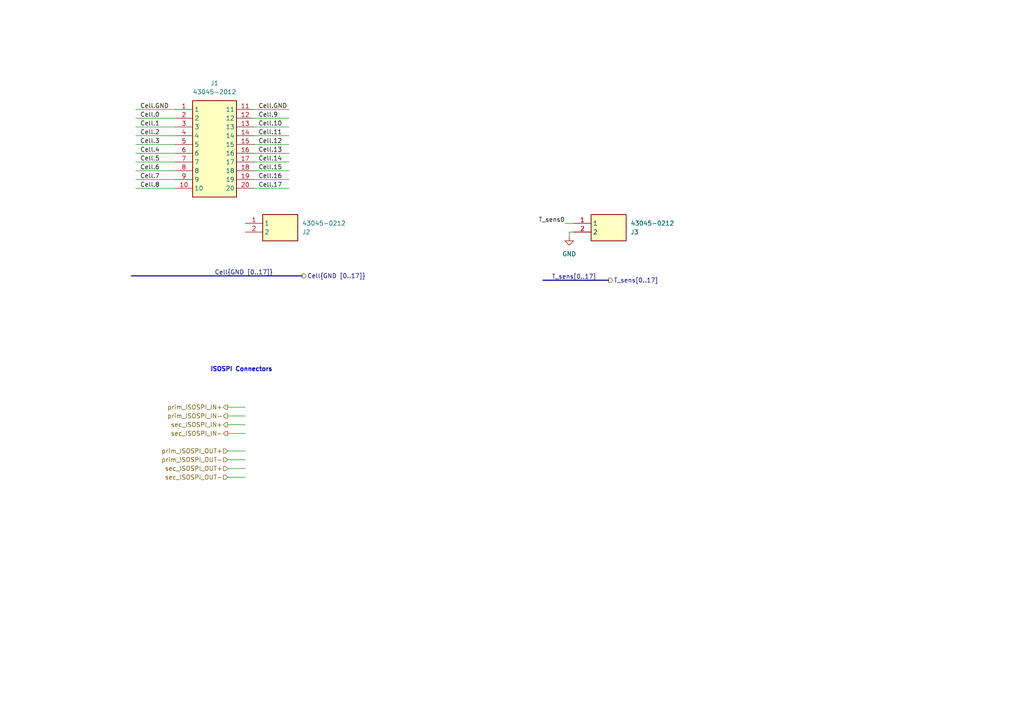
<source format=kicad_sch>
(kicad_sch (version 20230121) (generator eeschema)
  (paper "A4")
  (lib_symbols
    (symbol "43045-0212:43045-0212"
      (property "Reference" "J" (at 16.51 7.62 0))
      (property "Value" "43045-0212" (at 16.51 5.08 0))
      (symbol "43045-0212_1_1"
        (rectangle (start 5.08 2.54) (end 15.24 -5.08) (stroke (width 0.254)) (fill (type background)))
        (pin passive line (at 0 -2.54 0) (length 5.08) (name "1") (number "1"))
        (pin passive line (at 0 0 0) (length 5.08) (name "2") (number "2"))
      )
    )
    (symbol "43045-2012:43045-2012"
      (property "Reference" "J" (at 19.05 7.62 0))
      (property "Value" "43045-2012" (at 19.05 5.08 0))
      (symbol "43045-2012_1_1"
        (rectangle (start 5.08 2.54) (end 17.78 -25.4) (stroke (width 0.254)) (fill (type background)))
        (pin passive line (at 0 -22.86 0) (length 5.08) (name "1") (number "1"))
        (pin passive line (at 0 0 0) (length 5.08) (name "10") (number "10"))
        (pin passive line (at 22.86 -22.86 180) (length 5.08) (name "11") (number "11"))
        (pin passive line (at 22.86 -20.32 180) (length 5.08) (name "12") (number "12"))
        (pin passive line (at 22.86 -17.78 180) (length 5.08) (name "13") (number "13"))
        (pin passive line (at 22.86 -15.24 180) (length 5.08) (name "14") (number "14"))
        (pin passive line (at 22.86 -12.7 180) (length 5.08) (name "15") (number "15"))
        (pin passive line (at 22.86 -10.16 180) (length 5.08) (name "16") (number "16"))
        (pin passive line (at 22.86 -7.62 180) (length 5.08) (name "17") (number "17"))
        (pin passive line (at 22.86 -5.08 180) (length 5.08) (name "18") (number "18"))
        (pin passive line (at 22.86 -2.54 180) (length 5.08) (name "19") (number "19"))
        (pin passive line (at 0 -20.32 0) (length 5.08) (name "2") (number "2"))
        (pin passive line (at 22.86 0 180) (length 5.08) (name "20") (number "20"))
        (pin passive line (at 0 -17.78 0) (length 5.08) (name "3") (number "3"))
        (pin passive line (at 0 -15.24 0) (length 5.08) (name "4") (number "4"))
        (pin passive line (at 0 -12.7 0) (length 5.08) (name "5") (number "5"))
        (pin passive line (at 0 -10.16 0) (length 5.08) (name "6") (number "6"))
        (pin passive line (at 0 -7.62 0) (length 5.08) (name "7") (number "7"))
        (pin passive line (at 0 -5.08 0) (length 5.08) (name "8") (number "8"))
        (pin passive line (at 0 -2.54 0) (length 5.08) (name "9") (number "9"))
      )
    )
    (symbol "power:GND" (power) (pin_names (offset 0))
      (property "Value" "GND" (at 0 -3.81 0))
      (symbol "GND_0_1"
        (polyline (pts (xy 0 0) (xy 0 -1.27) (xy 1.27 -1.27) (xy 0 -2.54) (xy -1.27 -1.27) (xy 0 -1.27)))
      )
      (symbol "GND_1_1"
        (pin power_in line (at 0 0 270) (length 0) hide (name "GND") (number "1"))
      )
    )
  )
  (bus (pts (xy 38.1 80.01) (xy 87.63 80.01)))
  (bus (pts (xy 157.48 81.28) (xy 176.53 81.28)))
  (wire (pts (xy 39.37 44.45) (xy 50.8 44.45)))
  (wire (pts (xy 71.12 130.81) (xy 66.04 130.81)))
  (wire (pts (xy 39.37 31.75) (xy 50.8 31.75)))
  (wire (pts (xy 73.66 54.61) (xy 83.82 54.61)))
  (wire (pts (xy 71.12 125.73) (xy 66.04 125.73)))
  (wire (pts (xy 39.37 49.53) (xy 50.8 49.53)))
  (wire (pts (xy 163.83 64.77) (xy 166.37 64.77)))
  (wire (pts (xy 39.37 34.29) (xy 50.8 34.29)))
  (wire (pts (xy 71.12 135.89) (xy 66.04 135.89)))
  (wire (pts (xy 165.1 67.31) (xy 165.1 68.58)))
  (wire (pts (xy 73.66 39.37) (xy 83.82 39.37)))
  (wire (pts (xy 39.37 41.91) (xy 50.8 41.91)))
  (wire (pts (xy 73.66 31.75) (xy 83.82 31.75)))
  (wire (pts (xy 39.37 36.83) (xy 50.8 36.83)))
  (wire (pts (xy 39.37 54.61) (xy 50.8 54.61)))
  (wire (pts (xy 39.37 52.07) (xy 50.8 52.07)))
  (wire (pts (xy 73.66 34.29) (xy 83.82 34.29)))
  (wire (pts (xy 39.37 46.99) (xy 50.8 46.99)))
  (wire (pts (xy 165.1 67.31) (xy 166.37 67.31)))
  (wire (pts (xy 71.12 118.11) (xy 66.04 118.11)))
  (wire (pts (xy 73.66 44.45) (xy 83.82 44.45)))
  (wire (pts (xy 73.66 49.53) (xy 83.82 49.53)))
  (wire (pts (xy 71.12 138.43) (xy 66.04 138.43)))
  (wire (pts (xy 71.12 120.65) (xy 66.04 120.65)))
  (wire (pts (xy 73.66 46.99) (xy 83.82 46.99)))
  (wire (pts (xy 73.66 36.83) (xy 83.82 36.83)))
  (wire (pts (xy 73.66 41.91) (xy 83.82 41.91)))
  (wire (pts (xy 73.66 52.07) (xy 83.82 52.07)))
  (wire (pts (xy 71.12 123.19) (xy 66.04 123.19)))
  (wire (pts (xy 39.37 39.37) (xy 50.8 39.37)))
  (wire (pts (xy 71.12 133.35) (xy 66.04 133.35)))
  (text "ISOSPI Connectors" (at 60.96 107.95 0) (effects (font (size 1.27 1.27) (thickness 0.254) bold) (justify left bottom)))
  (label "Cell.9" (at 74.93 34.29 0))
  (label "Cell.2" (at 40.64 39.37 0))
  (label "T_sens0" (at 163.83 64.77 180))
  (label "Cell.14" (at 74.93 46.99 0))
  (label "Cell.4" (at 40.64 44.45 0))
  (label "Cell.6" (at 40.64 49.53 0))
  (label "Cell.8" (at 40.64 54.61 0))
  (label "Cell.11" (at 74.93 39.37 0))
  (label "Cell.10" (at 74.93 36.83 0))
  (label "Cell.16" (at 74.93 52.07 0))
  (label "Cell.GND" (at 74.93 31.75 0))
  (label "Cell.7" (at 40.64 52.07 0))
  (label "Cell.0" (at 40.64 34.29 0))
  (label "Cell.17" (at 74.93 54.61 0))
  (label "Cell.5" (at 40.64 46.99 0))
  (label "Cell{GND [0..17]}" (at 62.23 80.01 0))
  (label "Cell.15" (at 74.93 49.53 0))
  (label "Cell.13" (at 74.93 44.45 0))
  (label "T_sens[0..17]" (at 160.02 81.28 0))
  (label "Cell.3" (at 40.64 41.91 0))
  (label "Cell.1" (at 40.64 36.83 0))
  (label "Cell.12" (at 74.93 41.91 0))
  (label "Cell.GND" (at 40.64 31.75 0))
  (hierarchical_label "sec_ISOSPI_IN+" (shape output) (at 66.04 123.19 180))
  (hierarchical_label "prim_ISOSPI_IN+" (shape output) (at 66.04 118.11 180))
  (hierarchical_label "sec_ISOSPI_OUT-" (shape input) (at 66.04 138.43 180))
  (hierarchical_label "prim_ISOSPI_OUT+" (shape input) (at 66.04 130.81 180))
  (hierarchical_label "prim_ISOSPI_OUT-" (shape input) (at 66.04 133.35 180))
  (hierarchical_label "sec_ISOSPI_OUT+" (shape input) (at 66.04 135.89 180))
  (hierarchical_label "sec_ISOSPI_IN-" (shape output) (at 66.04 125.73 180))
  (hierarchical_label "T_sens[0..17]" (shape output) (at 176.53 81.28 0))
  (hierarchical_label "prim_ISOSPI_IN-" (shape output) (at 66.04 120.65 180))
  (hierarchical_label "Cell{GND [0..17]}" (shape output) (at 87.63 80.01 0))
  (symbol (lib_id "43045-2012:43045-2012") (at 50.8 54.61 0) (mirror x) (unit 1)
    (property "Reference" "J5" (at 62.23 24.13 0))
    (property "Value" "43045-2012" (at 62.23 26.67 0))
    (property "Footprint" "43045-20YY_121314" (effects hide))
    (property "Datasheet" "https://www.molex.com/pdm_docs/sd/430450612_sd.pdf" (effects hide))
    (property "Height" "9.91" (effects hide))
    (property "Manufacturer_Name" "Molex" (effects hide))
    (property "Manufacturer_Part_Number" "43045-2012" (effects hide))
    (property "Mouser Part Number" "538-43045-2012" (effects hide))
    (property "Mouser Price/Stock" "https://www.mouser.co.uk/ProductDetail/Molex/43045-2012?qs=UeCeOHRHQeaNtH3DnNjSvA%3D%3D" (effects hide))
    (instances (project "BMS-Slave" (path "" (reference "J1") (unit 1))))
  )
  (symbol (lib_id "power:GND") (at 165.1 68.58 0) (unit 1)
    (property "Reference" "#PWR063" (effects hide))
    (property "Value" "GND" (at 165.1 73.66 0))
    (instances (project "BMS-Slave" (path "" (reference "#PWR0103") (unit 1))))
  )
  (symbol (lib_id "43045-0212:43045-0212") (at 71.12 67.31 0) (mirror x) (unit 1)
    (property "Reference" "J6" (at 87.63 67.31 0) (effects (justify left)))
    (property "Value" "43045-0212" (at 87.63 64.77 0) (effects (justify left)))
    (property "Footprint" "43045-0212:43045-02YY_121314" (effects hide))
    (property "Datasheet" "https://www.molex.com/pdm_docs/sd/430450612_sd.pdf" (effects hide))
    (property "Height" "9.91" (effects hide))
    (property "Manufacturer_Name" "Molex" (effects hide))
    (property "Manufacturer_Part_Number" "43045-0212" (effects hide))
    (property "Mouser Part Number" "538-430-45-0212" (effects hide))
    (property "Mouser Price/Stock" "https://www.mouser.co.uk/ProductDetail/Molex/43045-0212?qs=QtQX4uD3c2XFLtjr%252BHeRmQ%3D%3D" (effects hide))
    (instances (project "BMS-Slave" (path "" (reference "J2") (unit 1))))
  )
  (symbol (lib_id "43045-0212:43045-0212") (at 166.37 67.31 0) (mirror x) (unit 1)
    (property "Reference" "J7" (at 182.88 67.31 0) (effects (justify left)))
    (property "Value" "43045-0212" (at 182.88 64.77 0) (effects (justify left)))
    (property "Footprint" "43045-0212:43045-02YY_121314" (effects hide))
    (property "Datasheet" "https://www.molex.com/pdm_docs/sd/430450612_sd.pdf" (effects hide))
    (property "Height" "9.91" (effects hide))
    (property "Manufacturer_Name" "Molex" (effects hide))
    (property "Manufacturer_Part_Number" "43045-0212" (effects hide))
    (property "Mouser Part Number" "538-430-45-0212" (effects hide))
    (property "Mouser Price/Stock" "https://www.mouser.co.uk/ProductDetail/Molex/43045-0212?qs=QtQX4uD3c2XFLtjr%252BHeRmQ%3D%3D" (effects hide))
    (instances (project "BMS-Slave" (path "" (reference "J3") (unit 1))))
  )
)
</source>
